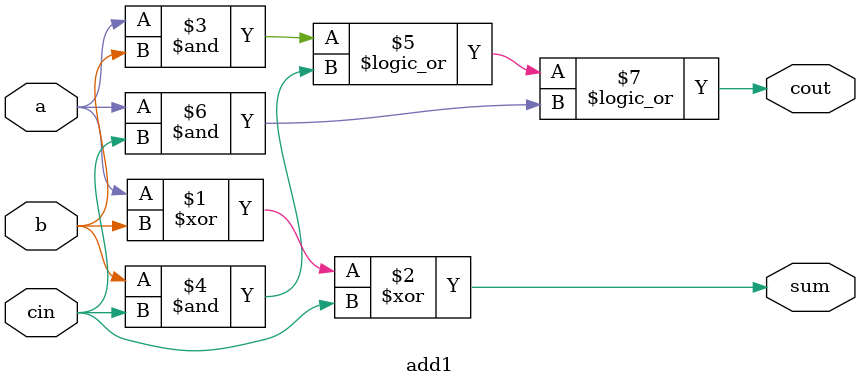
<source format=v>
module top_module (
    input [31:0] a,
    input [31:0] b,
    output [31:0] sum
);//
    wire carry;
    wire j;
    add16 m1(.a(a[15:0]),.b(b[15:0]),.cin(1'b0),.sum(sum[15:0]),.cout(carry));
    add16 m2(.a(a[31:16]),.b(b[31:16]),.cin(carry),.sum(sum[31:16]),.cout(j));

endmodule

module add1 ( input a, input b, input cin,   output sum, output cout );
    assign sum=a^b^cin;
    assign cout= (a&b)||(b&cin)||(a&cin);

endmodule
</source>
